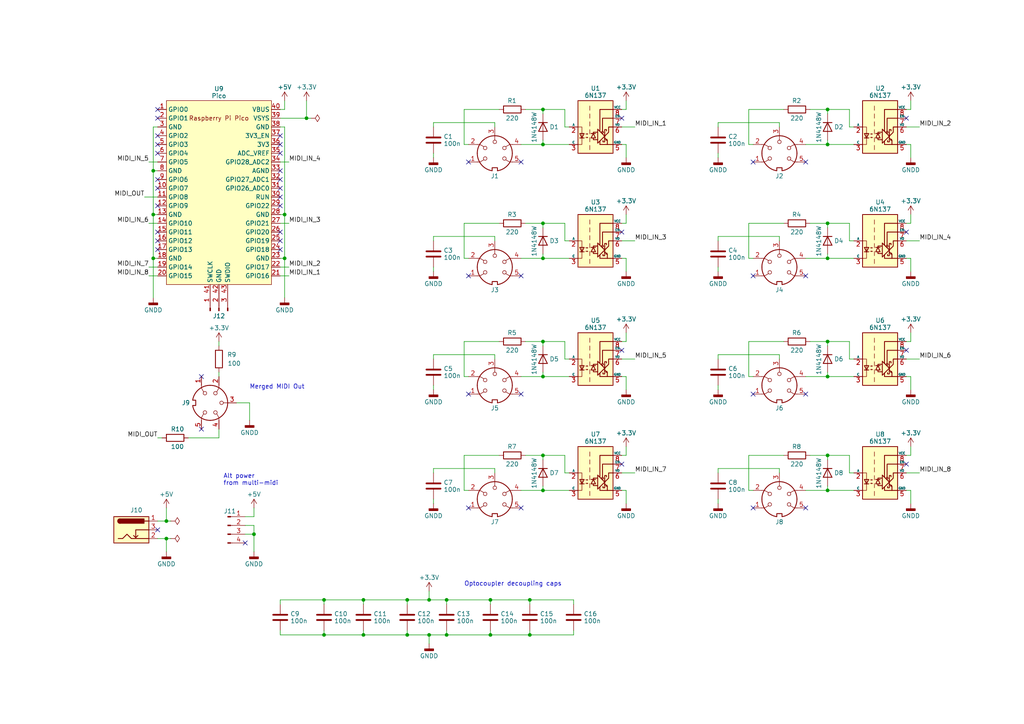
<source format=kicad_sch>
(kicad_sch (version 20230121) (generator eeschema)
  (paper "A4")
  (lib_symbols
    (symbol "Connector:Barrel_Jack_Switch" (pin_names hide)
      (property "Reference" "J" (at 0 5.334 0))
      (property "Value" "Barrel_Jack_Switch" (at 0 -5.08 0))
      (symbol "Barrel_Jack_Switch_1_1"
        (pin passive line (at 7.62 2.54 180) (length 2.54) (name "~") (number "1"))
        (pin passive line (at 7.62 -2.54 180) (length 2.54) (name "~") (number "2"))
        (pin passive line (at 7.62 0 180) (length 2.54) (name "~") (number "3"))
      )
    )
    (symbol "Connector:Conn_01x03_Pin" (pin_names (offset 1.016) hide)
      (property "Reference" "J" (at 0 5.08 0))
      (property "Value" "Conn_01x03_Pin" (at 0 -5.08 0))
      (symbol "Conn_01x03_Pin_1_1"
        (pin passive line (at 5.08 2.54 180) (length 3.81) (name "Pin_1") (number "1"))
        (pin passive line (at 5.08 0 180) (length 3.81) (name "Pin_2") (number "2"))
        (pin passive line (at 5.08 -2.54 180) (length 3.81) (name "Pin_3") (number "3"))
      )
    )
    (symbol "Connector:Conn_01x04_Pin" (pin_names (offset 1.016) hide)
      (property "Reference" "J" (at 0 5.08 0))
      (property "Value" "Conn_01x04_Pin" (at 0 -7.62 0))
      (symbol "Conn_01x04_Pin_1_1"
        (pin passive line (at 5.08 2.54 180) (length 3.81) (name "Pin_1") (number "1"))
        (pin passive line (at 5.08 0 180) (length 3.81) (name "Pin_2") (number "2"))
        (pin passive line (at 5.08 -2.54 180) (length 3.81) (name "Pin_3") (number "3"))
        (pin passive line (at 5.08 -5.08 180) (length 3.81) (name "Pin_4") (number "4"))
      )
    )
    (symbol "Connector:DIN-5" (pin_names (offset 1.016))
      (property "Reference" "J" (at 3.175 5.715 0))
      (property "Value" "DIN-5" (at 0 -6.35 0))
      (symbol "DIN-5_1_1"
        (pin passive line (at -7.62 -2.54 0) (length 2.54) (name "~") (number "1"))
        (pin passive line (at -7.62 2.54 0) (length 2.54) (name "~") (number "2"))
        (pin passive line (at 0 7.62 270) (length 2.54) (name "~") (number "3"))
        (pin passive line (at 7.62 2.54 180) (length 2.54) (name "~") (number "4"))
        (pin passive line (at 7.62 -2.54 180) (length 2.54) (name "~") (number "5"))
      )
    )
    (symbol "Device:C" (pin_numbers hide) (pin_names (offset 0.254))
      (property "Reference" "C" (at 0.635 2.54 0))
      (property "Value" "C" (at 0.635 -2.54 0))
      (symbol "C_1_1"
        (pin passive line (at 0 3.81 270) (length 2.794) (name "~") (number "1"))
        (pin passive line (at 0 -3.81 90) (length 2.794) (name "~") (number "2"))
      )
    )
    (symbol "Device:R" (pin_numbers hide) (pin_names (offset 0))
      (property "Reference" "R" (at 2.032 0 90))
      (property "Value" "R" (at 0 0 90))
      (symbol "R_1_1"
        (pin passive line (at 0 3.81 270) (length 1.27) (name "~") (number "1"))
        (pin passive line (at 0 -3.81 90) (length 1.27) (name "~") (number "2"))
      )
    )
    (symbol "Diode:1N4148W" (pin_numbers hide) (pin_names hide)
      (property "Reference" "D" (at 0 2.54 0))
      (property "Value" "1N4148W" (at 0 -2.54 0))
      (symbol "1N4148W_1_1"
        (pin passive line (at -3.81 0 0) (length 2.54) (name "K") (number "1"))
        (pin passive line (at 3.81 0 180) (length 2.54) (name "A") (number "2"))
      )
    )
    (symbol "Isolator:6N137" (pin_names (offset 0))
      (property "Reference" "U" (at -4.064 8.89 0))
      (property "Value" "6N137" (at 0 -8.89 0))
      (symbol "6N137_1_1"
        (pin no_connect line (at -5.08 5.08 0) (length 2.54) hide (name "NC") (number "1"))
        (pin passive line (at -7.62 0 0) (length 2.54) (name "A") (number "2"))
        (pin passive line (at -7.62 -5.08 0) (length 2.54) (name "C") (number "3"))
        (pin power_in line (at 7.62 -5.08 180) (length 2.54) (name "GND") (number "5"))
        (pin open_collector line (at 7.62 0 180) (length 2.54) (name "VO") (number "6"))
        (pin input line (at 7.62 2.54 180) (length 2.54) (name "EN") (number "7"))
        (pin power_in line (at 7.62 5.08 180) (length 2.54) (name "VCC") (number "8"))
      )
    )
    (symbol "MCU_RaspberryPi_and_Boards:Pico"
      (property "Reference" "U" (at -13.97 27.94 0))
      (property "Value" "Pico" (at 0 19.05 0))
      (symbol "Pico_0_0"
        (text "Raspberry Pi Pico" (at 0 21.59 0) (effects (font (size 1.27 1.27))))
      )
      (symbol "Pico_1_1"
        (pin bidirectional line (at -17.78 24.13 0) (length 2.54) (name "GPIO0") (number "1"))
        (pin bidirectional line (at -17.78 1.27 0) (length 2.54) (name "GPIO7") (number "10"))
        (pin bidirectional line (at -17.78 -1.27 0) (length 2.54) (name "GPIO8") (number "11"))
        (pin bidirectional line (at -17.78 -3.81 0) (length 2.54) (name "GPIO9") (number "12"))
        (pin power_in line (at -17.78 -6.35 0) (length 2.54) (name "GND") (number "13"))
        (pin bidirectional line (at -17.78 -8.89 0) (length 2.54) (name "GPIO10") (number "14"))
        (pin bidirectional line (at -17.78 -11.43 0) (length 2.54) (name "GPIO11") (number "15"))
        (pin bidirectional line (at -17.78 -13.97 0) (length 2.54) (name "GPIO12") (number "16"))
        (pin bidirectional line (at -17.78 -16.51 0) (length 2.54) (name "GPIO13") (number "17"))
        (pin power_in line (at -17.78 -19.05 0) (length 2.54) (name "GND") (number "18"))
        (pin bidirectional line (at -17.78 -21.59 0) (length 2.54) (name "GPIO14") (number "19"))
        (pin bidirectional line (at -17.78 21.59 0) (length 2.54) (name "GPIO1") (number "2"))
        (pin bidirectional line (at -17.78 -24.13 0) (length 2.54) (name "GPIO15") (number "20"))
        (pin bidirectional line (at 17.78 -24.13 180) (length 2.54) (name "GPIO16") (number "21"))
        (pin bidirectional line (at 17.78 -21.59 180) (length 2.54) (name "GPIO17") (number "22"))
        (pin power_in line (at 17.78 -19.05 180) (length 2.54) (name "GND") (number "23"))
        (pin bidirectional line (at 17.78 -16.51 180) (length 2.54) (name "GPIO18") (number "24"))
        (pin bidirectional line (at 17.78 -13.97 180) (length 2.54) (name "GPIO19") (number "25"))
        (pin bidirectional line (at 17.78 -11.43 180) (length 2.54) (name "GPIO20") (number "26"))
        (pin bidirectional line (at 17.78 -8.89 180) (length 2.54) (name "GPIO21") (number "27"))
        (pin power_in line (at 17.78 -6.35 180) (length 2.54) (name "GND") (number "28"))
        (pin bidirectional line (at 17.78 -3.81 180) (length 2.54) (name "GPIO22") (number "29"))
        (pin power_in line (at -17.78 19.05 0) (length 2.54) (name "GND") (number "3"))
        (pin input line (at 17.78 -1.27 180) (length 2.54) (name "RUN") (number "30"))
        (pin bidirectional line (at 17.78 1.27 180) (length 2.54) (name "GPIO26_ADC0") (number "31"))
        (pin bidirectional line (at 17.78 3.81 180) (length 2.54) (name "GPIO27_ADC1") (number "32"))
        (pin power_in line (at 17.78 6.35 180) (length 2.54) (name "AGND") (number "33"))
        (pin bidirectional line (at 17.78 8.89 180) (length 2.54) (name "GPIO28_ADC2") (number "34"))
        (pin power_in line (at 17.78 11.43 180) (length 2.54) (name "ADC_VREF") (number "35"))
        (pin power_in line (at 17.78 13.97 180) (length 2.54) (name "3V3") (number "36"))
        (pin input line (at 17.78 16.51 180) (length 2.54) (name "3V3_EN") (number "37"))
        (pin power_in line (at 17.78 19.05 180) (length 2.54) (name "GND") (number "38"))
        (pin power_in line (at 17.78 21.59 180) (length 2.54) (name "VSYS") (number "39"))
        (pin bidirectional line (at -17.78 16.51 0) (length 2.54) (name "GPIO2") (number "4"))
        (pin power_in line (at 17.78 24.13 180) (length 2.54) (name "VBUS") (number "40"))
        (pin input line (at -2.54 -29.21 90) (length 2.54) (name "SWCLK") (number "41"))
        (pin power_in line (at 0 -29.21 90) (length 2.54) (name "GND") (number "42"))
        (pin bidirectional line (at 2.54 -29.21 90) (length 2.54) (name "SWDIO") (number "43"))
        (pin bidirectional line (at -17.78 13.97 0) (length 2.54) (name "GPIO3") (number "5"))
        (pin bidirectional line (at -17.78 11.43 0) (length 2.54) (name "GPIO4") (number "6"))
        (pin bidirectional line (at -17.78 8.89 0) (length 2.54) (name "GPIO5") (number "7"))
        (pin power_in line (at -17.78 6.35 0) (length 2.54) (name "GND") (number "8"))
        (pin bidirectional line (at -17.78 3.81 0) (length 2.54) (name "GPIO6") (number "9"))
      )
    )
    (symbol "power:+3.3V" (power) (pin_names (offset 0))
      (property "Value" "+3.3V" (at 0 3.556 0))
      (symbol "+3.3V_1_1"
        (pin power_in line (at 0 0 90) (length 0) hide (name "+3.3V") (number "1"))
      )
    )
    (symbol "power:+5V" (power) (pin_names (offset 0))
      (property "Value" "+5V" (at 0 3.556 0))
      (symbol "+5V_1_1"
        (pin power_in line (at 0 0 90) (length 0) hide (name "+5V") (number "1"))
      )
    )
    (symbol "power:GNDD" (power) (pin_names (offset 0))
      (property "Value" "GNDD" (at 0 -3.175 0))
      (symbol "GNDD_1_1"
        (pin power_in line (at 0 0 270) (length 0) hide (name "GNDD") (number "1"))
      )
    )
    (symbol "power:PWR_FLAG" (power) (pin_numbers hide) (pin_names (offset 0) hide)
      (property "Value" "PWR_FLAG" (at 0 3.81 0))
      (symbol "PWR_FLAG_0_0"
        (pin power_out line (at 0 0 90) (length 0) (name "pwr") (number "1"))
      )
    )
  )
  (junction (at 73.66 154.94))
  (junction (at 240.03 31.75))
  (junction (at 129.54 173.99))
  (junction (at 157.48 74.93))
  (junction (at 157.48 64.77))
  (junction (at 124.46 173.99))
  (junction (at 124.46 184.15))
  (junction (at 48.26 151.13))
  (junction (at 142.24 184.15))
  (junction (at 240.03 99.06))
  (junction (at 44.45 74.93))
  (junction (at 44.45 49.53))
  (junction (at 157.48 132.08))
  (junction (at 153.67 173.99))
  (junction (at 240.03 74.93))
  (junction (at 82.55 62.23))
  (junction (at 82.55 74.93))
  (junction (at 157.48 109.22))
  (junction (at 240.03 132.08))
  (junction (at 88.9 34.29))
  (junction (at 240.03 109.22))
  (junction (at 153.67 184.15))
  (junction (at 157.48 142.24))
  (junction (at 157.48 31.75))
  (junction (at 240.03 41.91))
  (junction (at 105.41 184.15))
  (junction (at 240.03 142.24))
  (junction (at 157.48 99.06))
  (junction (at 48.26 156.21))
  (junction (at 157.48 41.91))
  (junction (at 44.45 62.23))
  (junction (at 240.03 64.77))
  (junction (at 142.24 173.99))
  (junction (at 105.41 173.99))
  (junction (at 129.54 184.15))
  (junction (at 93.98 184.15))
  (junction (at 118.11 184.15))
  (junction (at 118.11 173.99))
  (junction (at 93.98 173.99))
  (no_connect (at 233.68 80.01))
  (no_connect (at 218.44 114.3))
  (no_connect (at 135.89 147.32))
  (no_connect (at 81.28 49.53))
  (no_connect (at 180.34 67.31))
  (no_connect (at 45.72 153.67))
  (no_connect (at 151.13 114.3))
  (no_connect (at 180.34 134.62))
  (no_connect (at 135.89 114.3))
  (no_connect (at 151.13 46.99))
  (no_connect (at 218.44 80.01))
  (no_connect (at 81.28 52.07))
  (no_connect (at 262.89 34.29))
  (no_connect (at 45.72 69.85))
  (no_connect (at 151.13 147.32))
  (no_connect (at 81.28 44.45))
  (no_connect (at 218.44 46.99))
  (no_connect (at 45.72 59.69))
  (no_connect (at 58.42 109.22))
  (no_connect (at 180.34 101.6))
  (no_connect (at 71.12 157.48))
  (no_connect (at 81.28 57.15))
  (no_connect (at 45.72 39.37))
  (no_connect (at 135.89 80.01))
  (no_connect (at 81.28 39.37))
  (no_connect (at 81.28 67.31))
  (no_connect (at 81.28 69.85))
  (no_connect (at 218.44 147.32))
  (no_connect (at 45.72 54.61))
  (no_connect (at 233.68 46.99))
  (no_connect (at 233.68 114.3))
  (no_connect (at 135.89 46.99))
  (no_connect (at 45.72 34.29))
  (no_connect (at 81.28 72.39))
  (no_connect (at 45.72 52.07))
  (no_connect (at 45.72 41.91))
  (no_connect (at 180.34 34.29))
  (no_connect (at 233.68 147.32))
  (no_connect (at 262.89 134.62))
  (no_connect (at 262.89 101.6))
  (no_connect (at 58.42 124.46))
  (no_connect (at 45.72 72.39))
  (no_connect (at 151.13 80.01))
  (no_connect (at 262.89 67.31))
  (no_connect (at 45.72 31.75))
  (no_connect (at 81.28 54.61))
  (no_connect (at 45.72 44.45))
  (no_connect (at 81.28 59.69))
  (no_connect (at 45.72 67.31))
  (no_connect (at 81.28 41.91))
  (wire (pts (xy 105.41 182.88) (xy 105.41 184.15)))
  (wire (pts (xy 165.1 104.14) (xy 163.83 104.14)))
  (wire (pts (xy 153.67 182.88) (xy 153.67 184.15)))
  (wire (pts (xy 134.62 132.08) (xy 134.62 142.24)))
  (wire (pts (xy 208.28 44.45) (xy 208.28 45.72)))
  (wire (pts (xy 264.16 45.72) (xy 264.16 41.91)))
  (wire (pts (xy 247.65 36.83) (xy 246.38 36.83)))
  (wire (pts (xy 134.62 109.22) (xy 135.89 109.22)))
  (wire (pts (xy 41.91 57.15) (xy 45.72 57.15)))
  (wire (pts (xy 81.28 173.99) (xy 93.98 173.99)))
  (wire (pts (xy 151.13 142.24) (xy 157.48 142.24)))
  (wire (pts (xy 180.34 137.16) (xy 184.15 137.16)))
  (wire (pts (xy 43.18 46.99) (xy 45.72 46.99)))
  (wire (pts (xy 44.45 49.53) (xy 45.72 49.53)))
  (wire (pts (xy 157.48 74.93) (xy 157.48 73.66)))
  (wire (pts (xy 44.45 36.83) (xy 45.72 36.83)))
  (wire (pts (xy 118.11 184.15) (xy 124.46 184.15)))
  (wire (pts (xy 181.61 109.22) (xy 180.34 109.22)))
  (wire (pts (xy 217.17 64.77) (xy 227.33 64.77)))
  (wire (pts (xy 43.18 80.01) (xy 45.72 80.01)))
  (wire (pts (xy 262.89 64.77) (xy 264.16 64.77)))
  (wire (pts (xy 165.1 142.24) (xy 157.48 142.24)))
  (wire (pts (xy 81.28 184.15) (xy 93.98 184.15)))
  (wire (pts (xy 134.62 74.93) (xy 135.89 74.93)))
  (wire (pts (xy 48.26 151.13) (xy 45.72 151.13)))
  (wire (pts (xy 180.34 69.85) (xy 184.15 69.85)))
  (wire (pts (xy 125.73 111.76) (xy 125.73 113.03)))
  (wire (pts (xy 124.46 184.15) (xy 129.54 184.15)))
  (wire (pts (xy 234.95 132.08) (xy 240.03 132.08)))
  (wire (pts (xy 208.28 68.58) (xy 208.28 69.85)))
  (wire (pts (xy 262.89 99.06) (xy 264.16 99.06)))
  (wire (pts (xy 48.26 151.13) (xy 49.53 151.13)))
  (wire (pts (xy 165.1 74.93) (xy 157.48 74.93)))
  (wire (pts (xy 63.5 99.06) (xy 63.5 100.33)))
  (wire (pts (xy 264.16 146.05) (xy 264.16 142.24)))
  (wire (pts (xy 233.68 109.22) (xy 240.03 109.22)))
  (wire (pts (xy 262.89 132.08) (xy 264.16 132.08)))
  (wire (pts (xy 166.37 184.15) (xy 166.37 182.88)))
  (wire (pts (xy 264.16 142.24) (xy 262.89 142.24)))
  (wire (pts (xy 82.55 62.23) (xy 82.55 74.93)))
  (wire (pts (xy 48.26 147.32) (xy 48.26 151.13)))
  (wire (pts (xy 48.26 156.21) (xy 49.53 156.21)))
  (wire (pts (xy 226.06 68.58) (xy 208.28 68.58)))
  (wire (pts (xy 208.28 77.47) (xy 208.28 78.74)))
  (wire (pts (xy 125.73 44.45) (xy 125.73 45.72)))
  (wire (pts (xy 208.28 135.89) (xy 208.28 137.16)))
  (wire (pts (xy 166.37 173.99) (xy 166.37 175.26)))
  (wire (pts (xy 143.51 135.89) (xy 125.73 135.89)))
  (wire (pts (xy 72.39 121.92) (xy 72.39 116.84)))
  (wire (pts (xy 81.28 74.93) (xy 82.55 74.93)))
  (wire (pts (xy 142.24 173.99) (xy 142.24 175.26)))
  (wire (pts (xy 44.45 49.53) (xy 44.45 36.83)))
  (wire (pts (xy 217.17 142.24) (xy 218.44 142.24)))
  (wire (pts (xy 233.68 142.24) (xy 240.03 142.24)))
  (wire (pts (xy 181.61 64.77) (xy 181.61 62.23)))
  (wire (pts (xy 247.65 69.85) (xy 246.38 69.85)))
  (wire (pts (xy 262.89 137.16) (xy 266.7 137.16)))
  (wire (pts (xy 247.65 41.91) (xy 240.03 41.91)))
  (wire (pts (xy 165.1 36.83) (xy 163.83 36.83)))
  (wire (pts (xy 81.28 46.99) (xy 83.82 46.99)))
  (wire (pts (xy 73.66 149.86) (xy 71.12 149.86)))
  (wire (pts (xy 73.66 147.32) (xy 73.66 149.86)))
  (wire (pts (xy 93.98 173.99) (xy 105.41 173.99)))
  (wire (pts (xy 217.17 64.77) (xy 217.17 74.93)))
  (wire (pts (xy 157.48 31.75) (xy 157.48 33.02)))
  (wire (pts (xy 240.03 74.93) (xy 240.03 73.66)))
  (wire (pts (xy 181.61 31.75) (xy 181.61 29.21)))
  (wire (pts (xy 246.38 31.75) (xy 240.03 31.75)))
  (wire (pts (xy 54.61 127) (xy 63.5 127)))
  (wire (pts (xy 143.51 35.56) (xy 125.73 35.56)))
  (wire (pts (xy 264.16 113.03) (xy 264.16 109.22)))
  (wire (pts (xy 226.06 69.85) (xy 226.06 68.58)))
  (wire (pts (xy 72.39 116.84) (xy 68.58 116.84)))
  (wire (pts (xy 181.61 142.24) (xy 180.34 142.24)))
  (wire (pts (xy 180.34 64.77) (xy 181.61 64.77)))
  (wire (pts (xy 153.67 173.99) (xy 166.37 173.99)))
  (wire (pts (xy 240.03 31.75) (xy 240.03 33.02)))
  (wire (pts (xy 165.1 137.16) (xy 163.83 137.16)))
  (wire (pts (xy 63.5 127) (xy 63.5 124.46)))
  (wire (pts (xy 226.06 35.56) (xy 208.28 35.56)))
  (wire (pts (xy 217.17 74.93) (xy 218.44 74.93)))
  (wire (pts (xy 264.16 109.22) (xy 262.89 109.22)))
  (wire (pts (xy 180.34 104.14) (xy 184.15 104.14)))
  (wire (pts (xy 129.54 182.88) (xy 129.54 184.15)))
  (wire (pts (xy 262.89 31.75) (xy 264.16 31.75)))
  (wire (pts (xy 125.73 77.47) (xy 125.73 78.74)))
  (wire (pts (xy 157.48 142.24) (xy 157.48 140.97)))
  (wire (pts (xy 142.24 182.88) (xy 142.24 184.15)))
  (wire (pts (xy 134.62 99.06) (xy 144.78 99.06)))
  (wire (pts (xy 151.13 74.93) (xy 157.48 74.93)))
  (wire (pts (xy 226.06 36.83) (xy 226.06 35.56)))
  (wire (pts (xy 217.17 132.08) (xy 227.33 132.08)))
  (wire (pts (xy 93.98 184.15) (xy 105.41 184.15)))
  (wire (pts (xy 152.4 99.06) (xy 157.48 99.06)))
  (wire (pts (xy 264.16 41.91) (xy 262.89 41.91)))
  (wire (pts (xy 234.95 99.06) (xy 240.03 99.06)))
  (wire (pts (xy 226.06 135.89) (xy 208.28 135.89)))
  (wire (pts (xy 163.83 99.06) (xy 157.48 99.06)))
  (wire (pts (xy 134.62 142.24) (xy 135.89 142.24)))
  (wire (pts (xy 180.34 132.08) (xy 181.61 132.08)))
  (wire (pts (xy 264.16 62.23) (xy 264.16 64.77)))
  (wire (pts (xy 240.03 132.08) (xy 240.03 133.35)))
  (wire (pts (xy 180.34 99.06) (xy 181.61 99.06)))
  (wire (pts (xy 165.1 41.91) (xy 157.48 41.91)))
  (wire (pts (xy 208.28 102.87) (xy 208.28 104.14)))
  (wire (pts (xy 118.11 173.99) (xy 124.46 173.99)))
  (wire (pts (xy 226.06 102.87) (xy 208.28 102.87)))
  (wire (pts (xy 180.34 31.75) (xy 181.61 31.75)))
  (wire (pts (xy 165.1 109.22) (xy 157.48 109.22)))
  (wire (pts (xy 262.89 104.14) (xy 266.7 104.14)))
  (wire (pts (xy 163.83 64.77) (xy 157.48 64.77)))
  (wire (pts (xy 81.28 31.75) (xy 82.55 31.75)))
  (wire (pts (xy 82.55 36.83) (xy 82.55 62.23)))
  (wire (pts (xy 142.24 173.99) (xy 153.67 173.99)))
  (wire (pts (xy 181.61 41.91) (xy 180.34 41.91)))
  (wire (pts (xy 44.45 62.23) (xy 45.72 62.23)))
  (wire (pts (xy 234.95 31.75) (xy 240.03 31.75)))
  (wire (pts (xy 246.38 64.77) (xy 240.03 64.77)))
  (wire (pts (xy 152.4 64.77) (xy 157.48 64.77)))
  (wire (pts (xy 247.65 137.16) (xy 246.38 137.16)))
  (wire (pts (xy 129.54 184.15) (xy 142.24 184.15)))
  (wire (pts (xy 217.17 99.06) (xy 217.17 109.22)))
  (wire (pts (xy 217.17 132.08) (xy 217.17 142.24)))
  (wire (pts (xy 81.28 36.83) (xy 82.55 36.83)))
  (wire (pts (xy 82.55 29.21) (xy 82.55 31.75)))
  (wire (pts (xy 143.51 69.85) (xy 143.51 68.58)))
  (wire (pts (xy 264.16 96.52) (xy 264.16 99.06)))
  (wire (pts (xy 125.73 35.56) (xy 125.73 36.83)))
  (wire (pts (xy 105.41 173.99) (xy 118.11 173.99)))
  (wire (pts (xy 81.28 64.77) (xy 83.82 64.77)))
  (wire (pts (xy 163.83 132.08) (xy 157.48 132.08)))
  (wire (pts (xy 105.41 173.99) (xy 105.41 175.26)))
  (wire (pts (xy 233.68 74.93) (xy 240.03 74.93)))
  (wire (pts (xy 81.28 34.29) (xy 88.9 34.29)))
  (wire (pts (xy 157.48 109.22) (xy 157.48 107.95)))
  (wire (pts (xy 124.46 173.99) (xy 129.54 173.99)))
  (wire (pts (xy 247.65 74.93) (xy 240.03 74.93)))
  (wire (pts (xy 93.98 182.88) (xy 93.98 184.15)))
  (wire (pts (xy 157.48 41.91) (xy 157.48 40.64)))
  (wire (pts (xy 246.38 69.85) (xy 246.38 64.77)))
  (wire (pts (xy 134.62 99.06) (xy 134.62 109.22)))
  (wire (pts (xy 143.51 68.58) (xy 125.73 68.58)))
  (wire (pts (xy 118.11 173.99) (xy 118.11 175.26)))
  (wire (pts (xy 181.61 129.54) (xy 181.61 132.08)))
  (wire (pts (xy 152.4 132.08) (xy 157.48 132.08)))
  (wire (pts (xy 217.17 31.75) (xy 217.17 41.91)))
  (wire (pts (xy 217.17 109.22) (xy 218.44 109.22)))
  (wire (pts (xy 246.38 36.83) (xy 246.38 31.75)))
  (wire (pts (xy 226.06 104.14) (xy 226.06 102.87)))
  (wire (pts (xy 134.62 64.77) (xy 144.78 64.77)))
  (wire (pts (xy 181.61 99.06) (xy 181.61 96.52)))
  (wire (pts (xy 240.03 41.91) (xy 240.03 40.64)))
  (wire (pts (xy 181.61 113.03) (xy 181.61 109.22)))
  (wire (pts (xy 240.03 109.22) (xy 240.03 107.95)))
  (wire (pts (xy 151.13 41.91) (xy 157.48 41.91)))
  (wire (pts (xy 247.65 142.24) (xy 240.03 142.24)))
  (wire (pts (xy 217.17 99.06) (xy 227.33 99.06)))
  (wire (pts (xy 134.62 31.75) (xy 134.62 41.91)))
  (wire (pts (xy 73.66 154.94) (xy 73.66 160.02)))
  (wire (pts (xy 217.17 31.75) (xy 227.33 31.75)))
  (wire (pts (xy 45.72 156.21) (xy 48.26 156.21)))
  (wire (pts (xy 246.38 132.08) (xy 240.03 132.08)))
  (wire (pts (xy 143.51 137.16) (xy 143.51 135.89)))
  (wire (pts (xy 247.65 104.14) (xy 246.38 104.14)))
  (wire (pts (xy 233.68 41.91) (xy 240.03 41.91)))
  (wire (pts (xy 124.46 184.15) (xy 124.46 186.69)))
  (wire (pts (xy 44.45 86.36) (xy 44.45 74.93)))
  (wire (pts (xy 240.03 99.06) (xy 240.03 100.33)))
  (wire (pts (xy 81.28 175.26) (xy 81.28 173.99)))
  (wire (pts (xy 81.28 80.01) (xy 83.82 80.01)))
  (wire (pts (xy 45.72 127) (xy 46.99 127)))
  (wire (pts (xy 181.61 78.74) (xy 181.61 74.93)))
  (wire (pts (xy 43.18 77.47) (xy 45.72 77.47)))
  (wire (pts (xy 44.45 74.93) (xy 44.45 62.23)))
  (wire (pts (xy 105.41 184.15) (xy 118.11 184.15)))
  (wire (pts (xy 208.28 111.76) (xy 208.28 113.03)))
  (wire (pts (xy 163.83 104.14) (xy 163.83 99.06)))
  (wire (pts (xy 240.03 64.77) (xy 240.03 66.04)))
  (wire (pts (xy 208.28 144.78) (xy 208.28 146.05)))
  (wire (pts (xy 134.62 64.77) (xy 134.62 74.93)))
  (wire (pts (xy 152.4 31.75) (xy 157.48 31.75)))
  (wire (pts (xy 44.45 62.23) (xy 44.45 49.53)))
  (wire (pts (xy 157.48 132.08) (xy 157.48 133.35)))
  (wire (pts (xy 157.48 99.06) (xy 157.48 100.33)))
  (wire (pts (xy 88.9 34.29) (xy 90.17 34.29)))
  (wire (pts (xy 264.16 29.21) (xy 264.16 31.75)))
  (wire (pts (xy 163.83 31.75) (xy 157.48 31.75)))
  (wire (pts (xy 125.73 135.89) (xy 125.73 137.16)))
  (wire (pts (xy 153.67 184.15) (xy 166.37 184.15)))
  (wire (pts (xy 264.16 78.74) (xy 264.16 74.93)))
  (wire (pts (xy 264.16 74.93) (xy 262.89 74.93)))
  (wire (pts (xy 247.65 109.22) (xy 240.03 109.22)))
  (wire (pts (xy 48.26 160.02) (xy 48.26 156.21)))
  (wire (pts (xy 73.66 152.4) (xy 73.66 154.94)))
  (wire (pts (xy 163.83 137.16) (xy 163.83 132.08)))
  (wire (pts (xy 143.51 36.83) (xy 143.51 35.56)))
  (wire (pts (xy 81.28 182.88) (xy 81.28 184.15)))
  (wire (pts (xy 217.17 41.91) (xy 218.44 41.91)))
  (wire (pts (xy 153.67 173.99) (xy 153.67 175.26)))
  (wire (pts (xy 88.9 29.21) (xy 88.9 34.29)))
  (wire (pts (xy 163.83 69.85) (xy 163.83 64.77)))
  (wire (pts (xy 129.54 173.99) (xy 142.24 173.99)))
  (wire (pts (xy 246.38 137.16) (xy 246.38 132.08)))
  (wire (pts (xy 264.16 129.54) (xy 264.16 132.08)))
  (wire (pts (xy 124.46 171.45) (xy 124.46 173.99)))
  (wire (pts (xy 165.1 69.85) (xy 163.83 69.85)))
  (wire (pts (xy 143.51 102.87) (xy 125.73 102.87)))
  (wire (pts (xy 142.24 184.15) (xy 153.67 184.15)))
  (wire (pts (xy 81.28 77.47) (xy 83.82 77.47)))
  (wire (pts (xy 44.45 74.93) (xy 45.72 74.93)))
  (wire (pts (xy 246.38 99.06) (xy 240.03 99.06)))
  (wire (pts (xy 157.48 64.77) (xy 157.48 66.04)))
  (wire (pts (xy 226.06 137.16) (xy 226.06 135.89)))
  (wire (pts (xy 81.28 62.23) (xy 82.55 62.23)))
  (wire (pts (xy 181.61 45.72) (xy 181.61 41.91)))
  (wire (pts (xy 134.62 31.75) (xy 144.78 31.75)))
  (wire (pts (xy 163.83 36.83) (xy 163.83 31.75)))
  (wire (pts (xy 246.38 104.14) (xy 246.38 99.06)))
  (wire (pts (xy 82.55 74.93) (xy 82.55 86.36)))
  (wire (pts (xy 93.98 173.99) (xy 93.98 175.26)))
  (wire (pts (xy 240.03 142.24) (xy 240.03 140.97)))
  (wire (pts (xy 262.89 69.85) (xy 266.7 69.85)))
  (wire (pts (xy 151.13 109.22) (xy 157.48 109.22)))
  (wire (pts (xy 125.73 102.87) (xy 125.73 104.14)))
  (wire (pts (xy 181.61 74.93) (xy 180.34 74.93)))
  (wire (pts (xy 71.12 152.4) (xy 73.66 152.4)))
  (wire (pts (xy 181.61 146.05) (xy 181.61 142.24)))
  (wire (pts (xy 262.89 36.83) (xy 266.7 36.83)))
  (wire (pts (xy 134.62 132.08) (xy 144.78 132.08)))
  (wire (pts (xy 125.73 144.78) (xy 125.73 146.05)))
  (wire (pts (xy 180.34 36.83) (xy 184.15 36.83)))
  (wire (pts (xy 63.5 107.95) (xy 63.5 109.22)))
  (wire (pts (xy 134.62 41.91) (xy 135.89 41.91)))
  (wire (pts (xy 143.51 104.14) (xy 143.51 102.87)))
  (wire (pts (xy 125.73 68.58) (xy 125.73 69.85)))
  (wire (pts (xy 73.66 154.94) (xy 71.12 154.94)))
  (wire (pts (xy 43.18 64.77) (xy 45.72 64.77)))
  (wire (pts (xy 234.95 64.77) (xy 240.03 64.77)))
  (wire (pts (xy 118.11 182.88) (xy 118.11 184.15)))
  (wire (pts (xy 129.54 173.99) (xy 129.54 175.26)))
  (wire (pts (xy 208.28 35.56) (xy 208.28 36.83)))
  (text "Merged MIDI Out" (at 72.39 113.03 0) (effects (font (size 1.27 1.27)) (justify left bottom)))
  (text "Optocoupler decoupling caps" (at 134.62 170.18 0) (effects (font (size 1.27 1.27)) (justify left bottom)))
  (text "Alt power\nfrom multi-midi" (at 64.77 140.97 0) (effects (font (size 1.27 1.27)) (justify left bottom)))
  (label "MIDI_IN_7" (at 184.15 137.16 0))
  (label "MIDI_IN_5" (at 184.15 104.14 0))
  (label "MIDI_IN_3" (at 83.82 64.77 0))
  (label "MIDI_IN_5" (at 43.18 46.99 180))
  (label "MIDI_IN_4" (at 83.82 46.99 0))
  (label "MIDI_OUT" (at 45.72 127 180))
  (label "MIDI_IN_6" (at 43.18 64.77 180))
  (label "MIDI_IN_6" (at 266.7 104.14 0))
  (label "MIDI_IN_7" (at 43.18 77.47 180))
  (label "MIDI_IN_2" (at 266.7 36.83 0))
  (label "MIDI_OUT" (at 41.91 57.15 180))
  (label "MIDI_IN_2" (at 83.82 77.47 0))
  (label "MIDI_IN_8" (at 266.7 137.16 0))
  (label "MIDI_IN_4" (at 266.7 69.85 0))
  (label "MIDI_IN_3" (at 184.15 69.85 0))
  (label "MIDI_IN_1" (at 184.15 36.83 0))
  (label "MIDI_IN_8" (at 43.18 80.01 180))
  (label "MIDI_IN_1" (at 83.82 80.01 0))
  (symbol (lib_id "power:GNDD") (at 72.39 121.92 0) (unit 1)
    (property "Reference" "#PWR029" (effects hide))
    (property "Value" "GNDD" (at 72.39 125.484 0))
  )
  (symbol (lib_id "Device:R") (at 148.59 99.06 90) (unit 1)
    (property "Reference" "R5" (at 149.86 96.52 90) (effects (justify left)))
    (property "Value" "220" (at 150.495 101.6 90) (effects (justify left)))
    (property "Footprint" "Resistor_SMD:R_0603_1608Metric" (effects hide))
    (property "LCSC" "C22962" (effects hide))
  )
  (symbol (lib_id "Device:C") (at 105.41 179.07 0) (unit 1)
    (property "Reference" "C11" (at 108.331 178.046 0) (effects (justify left)))
    (property "Value" "100n" (at 108.331 180.094 0) (effects (justify left)))
    (property "Footprint" "Capacitor_SMD:C_0603_1608Metric" (effects hide))
    (property "LCSC" "C14663" (effects hide))
  )
  (symbol (lib_id "Device:C") (at 125.73 73.66 0) (unit 1)
    (property "Reference" "C3" (at 128.651 72.636 0) (effects (justify left)))
    (property "Value" "100n" (at 128.651 74.684 0) (effects (justify left)))
    (property "Footprint" "Capacitor_SMD:C_0603_1608Metric" (effects hide))
    (property "LCSC" "C14663" (effects hide))
  )
  (symbol (lib_id "Diode:1N4148W") (at 157.48 104.14 270) (unit 1)
    (property "Reference" "D5" (at 159.385 104.14 90) (effects (justify left)))
    (property "Value" "1N4148W" (at 154.94 99.695 0) (effects (justify left)))
    (property "Footprint" "Diode_SMD:D_SOD-123" (effects hide))
    (property "Datasheet" "https://www.vishay.com/docs/85748/1n4148w.pdf" (effects hide))
    (property "Sim.Device" "D" (effects hide))
    (property "Sim.Pins" "1=K 2=A" (effects hide))
    (property "LCSC" "C81598" (effects hide))
  )
  (symbol (lib_id "power:GNDD") (at 208.28 146.05 0) (unit 1)
    (property "Reference" "#PWR020" (effects hide))
    (property "Value" "GNDD" (at 208.28 149.614 0))
  )
  (symbol (lib_id "power:GNDD") (at 48.26 160.02 0) (unit 1)
    (property "Reference" "#PWR031" (effects hide))
    (property "Value" "GNDD" (at 48.26 163.584 0))
  )
  (symbol (lib_id "power:GNDD") (at 208.28 45.72 0) (unit 1)
    (property "Reference" "#PWR04" (effects hide))
    (property "Value" "GNDD" (at 208.28 49.284 0))
  )
  (symbol (lib_id "power:+5V") (at 82.55 29.21 0) (unit 1)
    (property "Reference" "#PWR025" (effects hide))
    (property "Value" "+5V" (at 82.55 25.265 0))
  )
  (symbol (lib_id "power:GNDD") (at 125.73 78.74 0) (unit 1)
    (property "Reference" "#PWR07" (effects hide))
    (property "Value" "GNDD" (at 125.73 82.304 0))
  )
  (symbol (lib_id "power:PWR_FLAG") (at 49.53 156.21 270) (unit 1)
    (property "Reference" "#FLG02" (effects hide))
    (property "Value" "PWR_FLAG" (effects hide))
  )
  (symbol (lib_id "Connector:DIN-5") (at 143.51 111.76 0) (unit 1)
    (property "Reference" "J5" (at 143.5101 118.3719 0))
    (property "Value" "DIN-5" (effects hide))
    (property "Footprint" "midi-merger:DIN-5" (effects hide))
    (property "Datasheet" "http://www.mouser.com/ds/2/18/40_c091_abd_e-75918.pdf" (effects hide))
  )
  (symbol (lib_id "Connector:Conn_01x03_Pin") (at 63.5 90.17 90) (unit 1)
    (property "Reference" "J12" (at 63.5 91.6512 90))
    (property "Value" "Conn_01x03_Pin" (effects hide))
    (property "Footprint" "Connector_JST:JST_ACH_BM03B-ACHSS-GAN-ETF_1x03-1MP_P1.20mm_Vertical" (effects hide))
    (property "LCSC" "C160389" (effects hide))
  )
  (symbol (lib_id "Device:R") (at 63.5 104.14 180) (unit 1)
    (property "Reference" "R9" (at 68.58 102.87 0) (effects (justify left)))
    (property "Value" "100" (at 69.85 105.41 0) (effects (justify left)))
    (property "Footprint" "Resistor_SMD:R_0603_1608Metric" (effects hide))
    (property "LCSC" "C22775" (effects hide))
  )
  (symbol (lib_id "power:PWR_FLAG") (at 90.17 34.29 270) (unit 1)
    (property "Reference" "#FLG03" (effects hide))
    (property "Value" "PWR_FLAG" (effects hide))
  )
  (symbol (lib_id "Device:C") (at 118.11 179.07 0) (unit 1)
    (property "Reference" "C12" (at 121.031 178.046 0) (effects (justify left)))
    (property "Value" "100n" (at 121.031 180.094 0) (effects (justify left)))
    (property "Footprint" "Capacitor_SMD:C_0603_1608Metric" (effects hide))
    (property "LCSC" "C14663" (effects hide))
  )
  (symbol (lib_id "power:GNDD") (at 125.73 45.72 0) (unit 1)
    (property "Reference" "#PWR03" (effects hide))
    (property "Value" "GNDD" (at 125.73 49.284 0))
  )
  (symbol (lib_id "Device:C") (at 125.73 107.95 0) (unit 1)
    (property "Reference" "C5" (at 128.651 106.926 0) (effects (justify left)))
    (property "Value" "100n" (at 128.651 108.974 0) (effects (justify left)))
    (property "Footprint" "Capacitor_SMD:C_0603_1608Metric" (effects hide))
    (property "LCSC" "C14663" (effects hide))
  )
  (symbol (lib_id "power:GNDD") (at 125.73 146.05 0) (unit 1)
    (property "Reference" "#PWR014" (effects hide))
    (property "Value" "GNDD" (at 125.73 149.614 0))
  )
  (symbol (lib_id "Connector:Barrel_Jack_Switch") (at 38.1 153.67 0) (unit 1)
    (property "Reference" "J10" (at 39.5478 147.955 0))
    (property "Value" "Barrel_Jack_Switch" (effects hide))
    (property "Footprint" "Connector_BarrelJack:BarrelJack_Wuerth_6941xx301002" (effects hide))
  )
  (symbol (lib_id "power:+3.3V") (at 181.61 129.54 0) (unit 1)
    (property "Reference" "#PWR023" (effects hide))
    (property "Value" "+3.3V" (at 181.61 125.595 0))
  )
  (symbol (lib_id "power:GNDD") (at 44.45 86.36 0) (unit 1)
    (property "Reference" "#PWR027" (effects hide))
    (property "Value" "GNDD" (at 44.45 89.924 0))
  )
  (symbol (lib_id "Device:C") (at 125.73 140.97 0) (unit 1)
    (property "Reference" "C7" (at 128.651 139.946 0) (effects (justify left)))
    (property "Value" "100n" (at 128.651 141.994 0) (effects (justify left)))
    (property "Footprint" "Capacitor_SMD:C_0603_1608Metric" (effects hide))
    (property "LCSC" "C14663" (effects hide))
  )
  (symbol (lib_id "Connector:DIN-5") (at 143.51 77.47 0) (unit 1)
    (property "Reference" "J3" (at 143.5101 84.0819 0))
    (property "Value" "DIN-5" (effects hide))
    (property "Footprint" "midi-merger:DIN-5" (effects hide))
    (property "Datasheet" "http://www.mouser.com/ds/2/18/40_c091_abd_e-75918.pdf" (effects hide))
  )
  (symbol (lib_id "Isolator:6N137") (at 255.27 36.83 0) (unit 1)
    (property "Reference" "U2" (at 255.27 25.63 0))
    (property "Value" "6N137" (at 255.27 27.678 0))
    (property "Footprint" "Package_SO:SSO-8_6.7x9.8mm_P2.54mm_Clearance8mm" (effects hide))
    (property "Datasheet" "https://docs.broadcom.com/docs/AV02-0940EN" (effects hide))
    (property "LCSC" "C110020" (effects hide))
  )
  (symbol (lib_id "power:+3.3V") (at 63.5 99.06 0) (unit 1)
    (property "Reference" "#PWR030" (effects hide))
    (property "Value" "+3.3V" (at 63.5 95.115 0))
  )
  (symbol (lib_id "MCU_RaspberryPi_and_Boards:Pico") (at 63.5 55.88 0) (unit 1)
    (property "Reference" "U9" (at 63.5 25.757 0))
    (property "Value" "Pico" (at 63.5 27.805 0))
    (property "Footprint" "RPi_Pico:RPi_Pico_SMD_TH" (effects hide))
  )
  (symbol (lib_id "power:+3.3V") (at 88.9 29.21 0) (unit 1)
    (property "Reference" "#PWR028" (effects hide))
    (property "Value" "+3.3V" (at 88.9 25.265 0))
  )
  (symbol (lib_id "Device:C") (at 208.28 40.64 0) (unit 1)
    (property "Reference" "C2" (at 211.201 39.616 0) (effects (justify left)))
    (property "Value" "100n" (at 211.201 41.664 0) (effects (justify left)))
    (property "Footprint" "Capacitor_SMD:C_0603_1608Metric" (effects hide))
    (property "LCSC" "C14663" (effects hide))
  )
  (symbol (lib_id "Connector:DIN-5") (at 226.06 44.45 0) (unit 1)
    (property "Reference" "J2" (at 226.0601 51.0619 0))
    (property "Value" "DIN-5" (effects hide))
    (property "Footprint" "midi-merger:DIN-5" (effects hide))
    (property "Datasheet" "http://www.mouser.com/ds/2/18/40_c091_abd_e-75918.pdf" (effects hide))
  )
  (symbol (lib_id "Diode:1N4148W") (at 240.03 36.83 270) (unit 1)
    (property "Reference" "D2" (at 241.935 36.83 90) (effects (justify left)))
    (property "Value" "1N4148W" (at 237.49 32.385 0) (effects (justify left)))
    (property "Footprint" "Diode_SMD:D_SOD-123" (effects hide))
    (property "Datasheet" "https://www.vishay.com/docs/85748/1n4148w.pdf" (effects hide))
    (property "Sim.Device" "D" (effects hide))
    (property "Sim.Pins" "1=K 2=A" (effects hide))
    (property "LCSC" "C81598" (effects hide))
  )
  (symbol (lib_id "power:GNDD") (at 124.46 186.69 0) (unit 1)
    (property "Reference" "#PWR033" (effects hide))
    (property "Value" "GNDD" (at 124.46 190.254 0))
  )
  (symbol (lib_id "Device:C") (at 208.28 107.95 0) (unit 1)
    (property "Reference" "C6" (at 211.201 106.926 0) (effects (justify left)))
    (property "Value" "100n" (at 211.201 108.974 0) (effects (justify left)))
    (property "Footprint" "Capacitor_SMD:C_0603_1608Metric" (effects hide))
    (property "LCSC" "C14663" (effects hide))
  )
  (symbol (lib_id "Diode:1N4148W") (at 240.03 69.85 270) (unit 1)
    (property "Reference" "D4" (at 241.935 69.85 90) (effects (justify left)))
    (property "Value" "1N4148W" (at 237.49 65.405 0) (effects (justify left)))
    (property "Footprint" "Diode_SMD:D_SOD-123" (effects hide))
    (property "Datasheet" "https://www.vishay.com/docs/85748/1n4148w.pdf" (effects hide))
    (property "Sim.Device" "D" (effects hide))
    (property "Sim.Pins" "1=K 2=A" (effects hide))
    (property "LCSC" "C81598" (effects hide))
  )
  (symbol (lib_id "Device:R") (at 148.59 132.08 90) (unit 1)
    (property "Reference" "R7" (at 149.86 129.54 90) (effects (justify left)))
    (property "Value" "220" (at 150.495 134.62 90) (effects (justify left)))
    (property "Footprint" "Resistor_SMD:R_0603_1608Metric" (effects hide))
    (property "LCSC" "C22962" (effects hide))
  )
  (symbol (lib_id "Device:R") (at 231.14 132.08 90) (unit 1)
    (property "Reference" "R8" (at 232.41 129.54 90) (effects (justify left)))
    (property "Value" "220" (at 233.045 134.62 90) (effects (justify left)))
    (property "Footprint" "Resistor_SMD:R_0603_1608Metric" (effects hide))
    (property "LCSC" "C22962" (effects hide))
  )
  (symbol (lib_id "Device:C") (at 142.24 179.07 0) (unit 1)
    (property "Reference" "C14" (at 145.161 178.046 0) (effects (justify left)))
    (property "Value" "100n" (at 145.161 180.094 0) (effects (justify left)))
    (property "Footprint" "Capacitor_SMD:C_0603_1608Metric" (effects hide))
    (property "LCSC" "C14663" (effects hide))
  )
  (symbol (lib_id "Connector:DIN-5") (at 143.51 144.78 0) (unit 1)
    (property "Reference" "J7" (at 143.5101 151.3919 0))
    (property "Value" "DIN-5" (effects hide))
    (property "Footprint" "midi-merger:DIN-5" (effects hide))
    (property "Datasheet" "http://www.mouser.com/ds/2/18/40_c091_abd_e-75918.pdf" (effects hide))
  )
  (symbol (lib_id "power:GNDD") (at 82.55 86.36 0) (unit 1)
    (property "Reference" "#PWR026" (effects hide))
    (property "Value" "GNDD" (at 82.55 89.924 0))
  )
  (symbol (lib_id "power:GNDD") (at 181.61 78.74 0) (unit 1)
    (property "Reference" "#PWR08" (effects hide))
    (property "Value" "GNDD" (at 181.61 82.304 0))
  )
  (symbol (lib_id "power:GNDD") (at 208.28 113.03 0) (unit 1)
    (property "Reference" "#PWR019" (effects hide))
    (property "Value" "GNDD" (at 208.28 116.594 0))
  )
  (symbol (lib_id "power:GNDD") (at 181.61 45.72 0) (unit 1)
    (property "Reference" "#PWR01" (effects hide))
    (property "Value" "GNDD" (at 181.61 49.284 0))
  )
  (symbol (lib_id "Diode:1N4148W") (at 157.48 69.85 270) (unit 1)
    (property "Reference" "D3" (at 159.385 69.85 90) (effects (justify left)))
    (property "Value" "1N4148W" (at 154.94 65.405 0) (effects (justify left)))
    (property "Footprint" "Diode_SMD:D_SOD-123" (effects hide))
    (property "Datasheet" "https://www.vishay.com/docs/85748/1n4148w.pdf" (effects hide))
    (property "Sim.Device" "D" (effects hide))
    (property "Sim.Pins" "1=K 2=A" (effects hide))
    (property "LCSC" "C81598" (effects hide))
  )
  (symbol (lib_id "power:GNDD") (at 264.16 45.72 0) (unit 1)
    (property "Reference" "#PWR05" (effects hide))
    (property "Value" "GNDD" (at 264.16 49.284 0))
  )
  (symbol (lib_id "power:GNDD") (at 181.61 146.05 0) (unit 1)
    (property "Reference" "#PWR016" (effects hide))
    (property "Value" "GNDD" (at 181.61 149.614 0))
  )
  (symbol (lib_id "Device:C") (at 93.98 179.07 0) (unit 1)
    (property "Reference" "C10" (at 96.901 178.046 0) (effects (justify left)))
    (property "Value" "100n" (at 96.901 180.094 0) (effects (justify left)))
    (property "Footprint" "Capacitor_SMD:C_0603_1608Metric" (effects hide))
    (property "LCSC" "C14663" (effects hide))
  )
  (symbol (lib_id "Isolator:6N137") (at 172.72 36.83 0) (unit 1)
    (property "Reference" "U1" (at 172.72 25.63 0))
    (property "Value" "6N137" (at 172.72 27.678 0))
    (property "Footprint" "Package_SO:SSO-8_6.7x9.8mm_P2.54mm_Clearance8mm" (effects hide))
    (property "Datasheet" "https://docs.broadcom.com/docs/AV02-0940EN" (effects hide))
    (property "LCSC" "C110020" (effects hide))
  )
  (symbol (lib_id "Diode:1N4148W") (at 157.48 36.83 270) (unit 1)
    (property "Reference" "D1" (at 159.385 36.83 90) (effects (justify left)))
    (property "Value" "1N4148W" (at 154.94 32.385 0) (effects (justify left)))
    (property "Footprint" "Diode_SMD:D_SOD-123" (effects hide))
    (property "Datasheet" "https://www.vishay.com/docs/85748/1n4148w.pdf" (effects hide))
    (property "Sim.Device" "D" (effects hide))
    (property "Sim.Pins" "1=K 2=A" (effects hide))
    (property "LCSC" "C81598" (effects hide))
  )
  (symbol (lib_id "power:GNDD") (at 181.61 113.03 0) (unit 1)
    (property "Reference" "#PWR015" (effects hide))
    (property "Value" "GNDD" (at 181.61 116.594 0))
  )
  (symbol (lib_id "power:GNDD") (at 264.16 113.03 0) (unit 1)
    (property "Reference" "#PWR021" (effects hide))
    (property "Value" "GNDD" (at 264.16 116.594 0))
  )
  (symbol (lib_id "Isolator:6N137") (at 255.27 137.16 0) (unit 1)
    (property "Reference" "U8" (at 255.27 125.96 0))
    (property "Value" "6N137" (at 255.27 128.008 0))
    (property "Footprint" "Package_SO:SSO-8_6.7x9.8mm_P2.54mm_Clearance8mm" (effects hide))
    (property "Datasheet" "https://docs.broadcom.com/docs/AV02-0940EN" (effects hide))
    (property "LCSC" "C110020" (effects hide))
  )
  (symbol (lib_id "power:+3.3V") (at 264.16 62.23 0) (unit 1)
    (property "Reference" "#PWR012" (effects hide))
    (property "Value" "+3.3V" (at 264.16 58.285 0))
  )
  (symbol (lib_id "power:+3.3V") (at 264.16 129.54 0) (unit 1)
    (property "Reference" "#PWR024" (effects hide))
    (property "Value" "+3.3V" (at 264.16 125.595 0))
  )
  (symbol (lib_id "Diode:1N4148W") (at 157.48 137.16 270) (unit 1)
    (property "Reference" "D7" (at 159.385 137.16 90) (effects (justify left)))
    (property "Value" "1N4148W" (at 154.94 132.715 0) (effects (justify left)))
    (property "Footprint" "Diode_SMD:D_SOD-123" (effects hide))
    (property "Datasheet" "https://www.vishay.com/docs/85748/1n4148w.pdf" (effects hide))
    (property "Sim.Device" "D" (effects hide))
    (property "Sim.Pins" "1=K 2=A" (effects hide))
    (property "LCSC" "C81598" (effects hide))
  )
  (symbol (lib_id "power:GNDD") (at 264.16 146.05 0) (unit 1)
    (property "Reference" "#PWR022" (effects hide))
    (property "Value" "GNDD" (at 264.16 149.614 0))
  )
  (symbol (lib_id "Connector:DIN-5") (at 143.51 44.45 0) (unit 1)
    (property "Reference" "J1" (at 143.5101 51.0619 0))
    (property "Value" "DIN-5" (effects hide))
    (property "Footprint" "midi-merger:DIN-5" (effects hide))
    (property "Datasheet" "http://www.mouser.com/ds/2/18/40_c091_abd_e-75918.pdf" (effects hide))
  )
  (symbol (lib_id "Isolator:6N137") (at 255.27 69.85 0) (unit 1)
    (property "Reference" "U4" (at 255.27 58.65 0))
    (property "Value" "6N137" (at 255.27 60.698 0))
    (property "Footprint" "Package_SO:SSO-8_6.7x9.8mm_P2.54mm_Clearance8mm" (effects hide))
    (property "Datasheet" "https://docs.broadcom.com/docs/AV02-0940EN" (effects hide))
    (property "LCSC" "C110020" (effects hide))
  )
  (symbol (lib_id "Device:R") (at 231.14 64.77 90) (unit 1)
    (property "Reference" "R4" (at 232.41 62.23 90) (effects (justify left)))
    (property "Value" "220" (at 233.045 67.31 90) (effects (justify left)))
    (property "Footprint" "Resistor_SMD:R_0603_1608Metric" (effects hide))
    (property "LCSC" "C22962" (effects hide))
  )
  (symbol (lib_id "Connector:DIN-5") (at 226.06 111.76 0) (unit 1)
    (property "Reference" "J6" (at 226.0601 118.3719 0))
    (property "Value" "DIN-5" (effects hide))
    (property "Footprint" "midi-merger:DIN-5" (effects hide))
    (property "Datasheet" "http://www.mouser.com/ds/2/18/40_c091_abd_e-75918.pdf" (effects hide))
  )
  (symbol (lib_id "Connector:DIN-5") (at 60.96 116.84 270) (unit 1)
    (property "Reference" "J9" (at 55.118 116.8401 90) (effects (justify right)))
    (property "Value" "DIN-5" (effects hide))
    (property "Footprint" "midi-merger:DIN-5" (effects hide))
    (property "Datasheet" "http://www.mouser.com/ds/2/18/40_c091_abd_e-75918.pdf" (effects hide))
  )
  (symbol (lib_id "Device:C") (at 208.28 73.66 0) (unit 1)
    (property "Reference" "C4" (at 211.201 72.636 0) (effects (justify left)))
    (property "Value" "100n" (at 211.201 74.684 0) (effects (justify left)))
    (property "Footprint" "Capacitor_SMD:C_0603_1608Metric" (effects hide))
    (property "LCSC" "C14663" (effects hide))
  )
  (symbol (lib_id "power:+3.3V") (at 264.16 96.52 0) (unit 1)
    (property "Reference" "#PWR018" (effects hide))
    (property "Value" "+3.3V" (at 264.16 92.575 0))
  )
  (symbol (lib_id "power:+3.3V") (at 181.61 62.23 0) (unit 1)
    (property "Reference" "#PWR09" (effects hide))
    (property "Value" "+3.3V" (at 181.61 58.285 0))
  )
  (symbol (lib_id "Device:R") (at 148.59 64.77 90) (unit 1)
    (property "Reference" "R3" (at 149.86 62.23 90) (effects (justify left)))
    (property "Value" "220" (at 150.495 67.31 90) (effects (justify left)))
    (property "Footprint" "Resistor_SMD:R_0603_1608Metric" (effects hide))
    (property "LCSC" "C22962" (effects hide))
  )
  (symbol (lib_id "Device:R") (at 50.8 127 270) (unit 1)
    (property "Reference" "R10" (at 49.53 124.46 90) (effects (justify left)))
    (property "Value" "100" (at 49.53 129.54 90) (effects (justify left)))
    (property "Footprint" "Resistor_SMD:R_0603_1608Metric" (effects hide))
    (property "LCSC" "C22775" (effects hide))
  )
  (symbol (lib_id "Device:C") (at 208.28 140.97 0) (unit 1)
    (property "Reference" "C8" (at 211.201 139.946 0) (effects (justify left)))
    (property "Value" "100n" (at 211.201 141.994 0) (effects (justify left)))
    (property "Footprint" "Capacitor_SMD:C_0603_1608Metric" (effects hide))
    (property "LCSC" "C14663" (effects hide))
  )
  (symbol (lib_id "Isolator:6N137") (at 172.72 137.16 0) (unit 1)
    (property "Reference" "U7" (at 172.72 125.96 0))
    (property "Value" "6N137" (at 172.72 128.008 0))
    (property "Footprint" "Package_SO:SSO-8_6.7x9.8mm_P2.54mm_Clearance8mm" (effects hide))
    (property "Datasheet" "https://docs.broadcom.com/docs/AV02-0940EN" (effects hide))
    (property "LCSC" "C110020" (effects hide))
  )
  (symbol (lib_id "Connector:Conn_01x04_Pin") (at 66.04 152.4 0) (unit 1)
    (property "Reference" "J11" (at 66.675 148.2518 0))
    (property "Value" "Conn_01x04_Pin" (effects hide))
    (property "Footprint" "Connector_JST:JST_EH_S4B-EH_1x04_P2.50mm_Horizontal" (effects hide))
  )
  (symbol (lib_id "power:+3.3V") (at 181.61 96.52 0) (unit 1)
    (property "Reference" "#PWR017" (effects hide))
    (property "Value" "+3.3V" (at 181.61 92.575 0))
  )
  (symbol (lib_id "Device:C") (at 125.73 40.64 0) (unit 1)
    (property "Reference" "C1" (at 128.651 39.616 0) (effects (justify left)))
    (property "Value" "100n" (at 128.651 41.664 0) (effects (justify left)))
    (property "Footprint" "Capacitor_SMD:C_0603_1608Metric" (effects hide))
    (property "LCSC" "C14663" (effects hide))
  )
  (symbol (lib_id "power:+3.3V") (at 264.16 29.21 0) (unit 1)
    (property "Reference" "#PWR06" (effects hide))
    (property "Value" "+3.3V" (at 264.16 25.265 0))
  )
  (symbol (lib_id "Connector:DIN-5") (at 226.06 77.47 0) (unit 1)
    (property "Reference" "J4" (at 226.0601 84.0819 0))
    (property "Value" "DIN-5" (effects hide))
    (property "Footprint" "midi-merger:DIN-5" (effects hide))
    (property "Datasheet" "http://www.mouser.com/ds/2/18/40_c091_abd_e-75918.pdf" (effects hide))
  )
  (symbol (lib_id "power:+3.3V") (at 124.46 171.45 0) (unit 1)
    (property "Reference" "#PWR034" (effects hide))
    (property "Value" "+3.3V" (at 124.46 167.505 0))
  )
  (symbol (lib_id "Device:C") (at 81.28 179.07 0) (unit 1)
    (property "Reference" "C9" (at 84.201 178.046 0) (effects (justify left)))
    (property "Value" "100n" (at 84.201 180.094 0) (effects (justify left)))
    (property "Footprint" "Capacitor_SMD:C_0603_1608Metric" (effects hide))
    (property "LCSC" "C14663" (effects hide))
  )
  (symbol (lib_id "Device:C") (at 166.37 179.07 0) (unit 1)
    (property "Reference" "C16" (at 169.291 178.046 0) (effects (justify left)))
    (property "Value" "100n" (at 169.291 180.094 0) (effects (justify left)))
    (property "Footprint" "Capacitor_SMD:C_0603_1608Metric" (effects hide))
    (property "LCSC" "C14663" (effects hide))
  )
  (symbol (lib_id "Device:R") (at 231.14 31.75 90) (unit 1)
    (property "Reference" "R2" (at 232.41 29.21 90) (effects (justify left)))
    (property "Value" "220" (at 233.045 34.29 90) (effects (justify left)))
    (property "Footprint" "Resistor_SMD:R_0603_1608Metric" (effects hide))
    (property "LCSC" "C22962" (effects hide))
  )
  (symbol (lib_id "Connector:DIN-5") (at 226.06 144.78 0) (unit 1)
    (property "Reference" "J8" (at 226.0601 151.3919 0))
    (property "Value" "DIN-5" (effects hide))
    (property "Footprint" "midi-merger:DIN-5" (effects hide))
    (property "Datasheet" "http://www.mouser.com/ds/2/18/40_c091_abd_e-75918.pdf" (effects hide))
  )
  (symbol (lib_id "Diode:1N4148W") (at 240.03 137.16 270) (unit 1)
    (property "Reference" "D8" (at 241.935 137.16 90) (effects (justify left)))
    (property "Value" "1N4148W" (at 237.49 132.715 0) (effects (justify left)))
    (property "Footprint" "Diode_SMD:D_SOD-123" (effects hide))
    (property "Datasheet" "https://www.vishay.com/docs/85748/1n4148w.pdf" (effects hide))
    (property "Sim.Device" "D" (effects hide))
    (property "Sim.Pins" "1=K 2=A" (effects hide))
    (property "LCSC" "C81598" (effects hide))
  )
  (symbol (lib_id "Device:C") (at 129.54 179.07 0) (unit 1)
    (property "Reference" "C13" (at 132.461 178.046 0) (effects (justify left)))
    (property "Value" "100n" (at 132.461 180.094 0) (effects (justify left)))
    (property "Footprint" "Capacitor_SMD:C_0603_1608Metric" (effects hide))
    (property "LCSC" "C14663" (effects hide))
  )
  (symbol (lib_id "Device:R") (at 148.59 31.75 90) (unit 1)
    (property "Reference" "R1" (at 149.86 29.21 90) (effects (justify left)))
    (property "Value" "220" (at 150.495 34.29 90) (effects (justify left)))
    (property "Footprint" "Resistor_SMD:R_0603_1608Metric" (effects hide))
    (property "LCSC" "C22962" (effects hide))
  )
  (symbol (lib_id "power:+5V") (at 73.66 147.32 0) (unit 1)
    (property "Reference" "#PWR035" (effects hide))
    (property "Value" "+5V" (at 73.66 143.375 0))
  )
  (symbol (lib_id "Isolator:6N137") (at 255.27 104.14 0) (unit 1)
    (property "Reference" "U6" (at 255.27 92.94 0))
    (property "Value" "6N137" (at 255.27 94.988 0))
    (property "Footprint" "Package_SO:SSO-8_6.7x9.8mm_P2.54mm_Clearance8mm" (effects hide))
    (property "Datasheet" "https://docs.broadcom.com/docs/AV02-0940EN" (effects hide))
    (property "LCSC" "C110020" (effects hide))
  )
  (symbol (lib_id "power:+3.3V") (at 181.61 29.21 0) (unit 1)
    (property "Reference" "#PWR02" (effects hide))
    (property "Value" "+3.3V" (at 181.61 25.265 0))
  )
  (symbol (lib_id "power:GNDD") (at 73.66 160.02 0) (unit 1)
    (property "Reference" "#PWR036" (effects hide))
    (property "Value" "GNDD" (at 73.66 163.584 0))
  )
  (symbol (lib_id "Isolator:6N137") (at 172.72 69.85 0) (unit 1)
    (property "Reference" "U3" (at 172.72 58.65 0))
    (property "Value" "6N137" (at 172.72 60.698 0))
    (property "Footprint" "Package_SO:SSO-8_6.7x9.8mm_P2.54mm_Clearance8mm" (effects hide))
    (property "Datasheet" "https://docs.broadcom.com/docs/AV02-0940EN" (effects hide))
    (property "LCSC" "C110020" (effects hide))
  )
  (symbol (lib_id "Device:R") (at 231.14 99.06 90) (unit 1)
    (property "Reference" "R6" (at 232.41 96.52 90) (effects (justify left)))
    (property "Value" "220" (at 233.045 101.6 90) (effects (justify left)))
    (property "Footprint" "Resistor_SMD:R_0603_1608Metric" (effects hide))
    (property "LCSC" "C22962" (effects hide))
  )
  (symbol (lib_id "power:PWR_FLAG") (at 49.53 151.13 270) (unit 1)
    (property "Reference" "#FLG01" (effects hide))
    (property "Value" "PWR_FLAG" (effects hide))
  )
  (symbol (lib_id "Isolator:6N137") (at 172.72 104.14 0) (unit 1)
    (property "Reference" "U5" (at 172.72 92.94 0))
    (property "Value" "6N137" (at 172.72 94.988 0))
    (property "Footprint" "Package_SO:SSO-8_6.7x9.8mm_P2.54mm_Clearance8mm" (effects hide))
    (property "Datasheet" "https://docs.broadcom.com/docs/AV02-0940EN" (effects hide))
    (property "LCSC" "C110020" (effects hide))
  )
  (symbol (lib_id "Diode:1N4148W") (at 240.03 104.14 270) (unit 1)
    (property "Reference" "D6" (at 241.935 104.14 90) (effects (justify left)))
    (property "Value" "1N4148W" (at 237.49 99.695 0) (effects (justify left)))
    (property "Footprint" "Diode_SMD:D_SOD-123" (effects hide))
    (property "Datasheet" "https://www.vishay.com/docs/85748/1n4148w.pdf" (effects hide))
    (property "Sim.Device" "D" (effects hide))
    (property "Sim.Pins" "1=K 2=A" (effects hide))
    (property "LCSC" "C81598" (effects hide))
  )
  (symbol (lib_id "power:GNDD") (at 264.16 78.74 0) (unit 1)
    (property "Reference" "#PWR011" (effects hide))
    (property "Value" "GNDD" (at 264.16 82.304 0))
  )
  (symbol (lib_id "Device:C") (at 153.67 179.07 0) (unit 1)
    (property "Reference" "C15" (at 156.591 178.046 0) (effects (justify left)))
    (property "Value" "100n" (at 156.591 180.094 0) (effects (justify left)))
    (property "Footprint" "Capacitor_SMD:C_0603_1608Metric" (effects hide))
    (property "LCSC" "C14663" (effects hide))
  )
  (symbol (lib_id "power:GNDD") (at 125.73 113.03 0) (unit 1)
    (property "Reference" "#PWR013" (effects hide))
    (property "Value" "GNDD" (at 125.73 116.594 0))
  )
  (symbol (lib_id "power:+5V") (at 48.26 147.32 0) (unit 1)
    (property "Reference" "#PWR032" (effects hide))
    (property "Value" "+5V" (at 48.26 143.375 0))
  )
  (symbol (lib_id "power:GNDD") (at 208.28 78.74 0) (unit 1)
    (property "Reference" "#PWR010" (effects hide))
    (property "Value" "GNDD" (at 208.28 82.304 0))
  )
)
</source>
